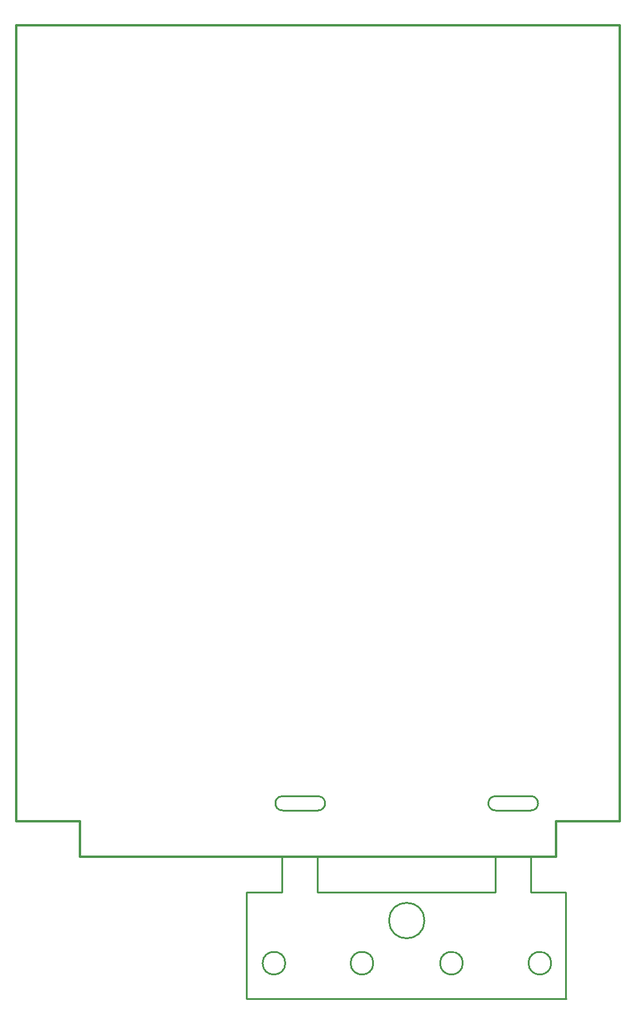
<source format=gko>
%FSLAX43Y43*%
%MOMM*%
G71*
G01*
G75*
%ADD10C,0.300*%
%ADD11R,1.600X1.800*%
%ADD12R,1.800X1.600*%
%ADD13R,3.500X2.600*%
%ADD14R,2.200X0.550*%
%ADD15R,2.200X0.550*%
%ADD16R,0.300X1.600*%
%ADD17C,0.075*%
%ADD18R,0.550X1.450*%
%ADD19R,1.700X0.600*%
%ADD20R,0.600X1.700*%
%ADD21R,0.850X1.300*%
%ADD22R,1.200X2.000*%
%ADD23R,0.600X2.150*%
%ADD24R,2.150X3.500*%
%ADD25R,2.150X1.100*%
%ADD26R,2.150X1.100*%
%ADD27R,0.600X2.150*%
%ADD28R,0.550X1.450*%
%ADD29C,0.400*%
%ADD30C,0.800*%
%ADD31C,0.500*%
%ADD32C,0.600*%
%ADD33C,3.000*%
%ADD34R,3.000X3.000*%
%ADD35C,2.000*%
%ADD36R,1.500X1.500*%
%ADD37C,1.500*%
%ADD38C,1.400*%
%ADD39C,1.500*%
%ADD40R,1.400X1.400*%
%ADD41C,1.300*%
%ADD42C,3.500*%
%ADD43R,1.600X1.600*%
%ADD44C,1.600*%
%ADD45C,1.600*%
%ADD46C,1.200*%
%ADD47R,1.803X2.003*%
%ADD48R,2.003X1.803*%
%ADD49R,3.703X2.803*%
%ADD50R,2.403X0.753*%
%ADD51R,2.403X0.753*%
%ADD52R,0.503X1.803*%
%ADD53R,0.753X1.653*%
%ADD54R,1.903X0.803*%
%ADD55R,0.803X1.903*%
%ADD56R,1.053X1.503*%
%ADD57R,1.403X2.203*%
%ADD58R,0.803X2.353*%
%ADD59R,2.353X3.703*%
%ADD60R,2.353X1.303*%
%ADD61R,2.353X1.303*%
%ADD62R,0.803X2.353*%
%ADD63R,0.753X1.653*%
%ADD64C,3.203*%
%ADD65R,3.203X3.203*%
%ADD66C,2.203*%
%ADD67R,1.703X1.703*%
%ADD68C,1.703*%
%ADD69C,1.603*%
%ADD70C,1.703*%
%ADD71R,1.603X1.603*%
%ADD72C,1.503*%
%ADD73C,3.703*%
%ADD74R,1.803X1.803*%
%ADD75C,1.803*%
%ADD76C,1.803*%
%ADD77C,1.403*%
%ADD78C,0.254*%
D10*
X85000Y0D02*
Y112000D01*
X0D02*
X85000D01*
X0Y0D02*
Y112000D01*
X9000Y-5000D02*
Y0D01*
Y-5000D02*
X76000D01*
Y0D01*
X85000D01*
X0D02*
X9000D01*
D78*
X57500Y-14000D02*
G03*
X57500Y-14000I-2500J0D01*
G01*
X37900Y-20000D02*
G03*
X37900Y-20000I-1600J0D01*
G01*
X50300D02*
G03*
X50300Y-20000I-1600J0D01*
G01*
X62900D02*
G03*
X62900Y-20000I-1600J0D01*
G01*
X75350D02*
G03*
X75350Y-20000I-1600J0D01*
G01*
X37500Y3500D02*
G03*
X37500Y1500I0J-1000D01*
G01*
X42500D02*
G03*
X42500Y3500I0J1000D01*
G01*
X67500D02*
G03*
X67500Y1500I0J-1000D01*
G01*
X72500D02*
G03*
X72500Y3500I0J1000D01*
G01*
X32400Y-25000D02*
X77450D01*
X37450Y-10000D02*
Y-5000D01*
X42450D01*
Y-10000D02*
Y-5000D01*
X67450Y-10000D02*
Y-5000D01*
X72450D01*
Y-10000D02*
Y-5000D01*
X42450Y-10000D02*
X67450D01*
X72450D02*
X77350D01*
Y-24900D02*
Y-10000D01*
Y-24900D02*
X77450Y-25000D01*
X32400D02*
Y-10000D01*
X37450D01*
X37500Y1500D02*
X42500D01*
X37500Y3500D02*
X42500D01*
X67500Y1500D02*
X72500D01*
X67500Y3500D02*
X72500D01*
M02*

</source>
